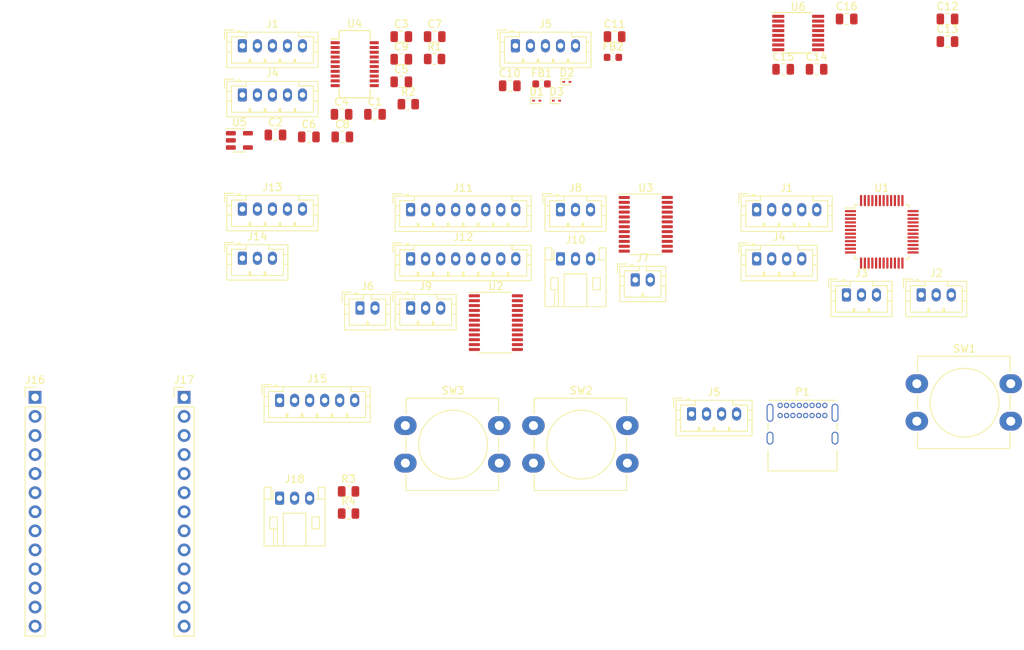
<source format=kicad_pcb>
(kicad_pcb (version 20211014) (generator pcbnew)
  (title_block (title "Libre-MIG PCB Full") (date "2022-10-10") (rev "v0.1"))
  (layers (0 "F.Cu" signal) (31 "B.Cu" signal) (34 "B.Paste" user) (35 "F.Paste" user) (36 "B.SilkS" user "B.Silkscreen") (37 "F.SilkS" user "F.Silkscreen") (38 "B.Mask" user) (39 "F.Mask" user) (44 "Edge.Cuts" user))
  (net 0 "")
  (net 6 "Net-(C2-Pad1)")
  (net 7 "Net-(C3-Pad1)")
  (net 8 "Net-(P1-PadS1)")
  (net 9 "Net-(P1-PadA7)")
  (net 10 "Net-(J5-Pad4)")
  (net 11 "Net-(P1-PadA4)")
  (net 16 "+5V")
  (net 17 "Net-(J5-Pad2)")
  (net 18 "Net-(J5-Pad3)")
  (net 19 "GND")
  (net 20 "/MCU/SDA")
  (net 21 "/MCU/SCL")
  (net 22 "/MCU/EN")
  (net 23 "/MCU/PitchIn")
  (net 24 "/MCU/YawIn")
  (net 25 "/MCU/CC")
  (net 26 "Net-(P1-PadA5)")
  (net 27 "/IO Controller/FlipIn")
  (net 28 "/IO Controller/BigRed")
  (net 29 "/IO Controller/Stage1")
  (net 30 "/IO Controller/Stage2")
  (net 31 "/IO Controller/EncodeA")
  (net 32 "/IO Controller/EncodeB")
  (net 33 "/IO Controller/DirC1")
  (net 34 "/IO Controller/DirR1")
  (net 35 "/IO Controller/DirL1")
  (net 36 "/IO Controller/DirU1")
  (net 37 "/IO Controller/DirD1")
  (net 38 "/IO Controller/Axis1")
  (net 39 "/IO Controller/Axis2")
  (net 40 "/IO Controller/CenterButt")
  (net 41 "/IO Controller/DirC")
  (net 42 "/IO Controller/DirL")
  (net 43 "/IO Controller/DirR")
  (net 44 "/IO Controller/DirU")
  (net 45 "/IO Controller/DirD")
  (net 46 "/IO Controller/SDA")
  (net 47 "/IO Controller/SCL")
  (net 48 "/IO Controller/EN")
  (net 49 "/IO Controller/TwistIn")
  (net 51 "/MCU/USB_DM")
  (net 58 "+3V3")
  (net 66 "/MCU/USB_DP")
  (net 67 "/MCU/TxD")
  (net 83 "/MCU/RxD")
  (net 84 "/MCU/CTS")
  (net 85 "/MCU/RTS")
  (net 101 "/MCU/3v3Out")
  (net 105 "/IO Controller/SideA")
  (net 106 "/IO Controller/SideB")
  (net 107 "/IO Controller/SideC")
  (net 108 "/IO Controller/SideD")
  (net 109 "/IO Controller/SideCenter")
  (net 115 "/IO Controller/AIN3")
  (net 116 "/IO Controller/AIN4")
  (net 117 "/IO Controller/AIN5")
  (net 118 "/IO Controller/AIN6")
  (net 127 "/IO Controller/AIN7")
  (net 138 "/MCU/LDO_EN")
  (net 143 "/MCU/NRST")
  (net 150 "/Trigger/Stage1")
  (net 151 "/Trigger/Stage2")
  (net 152 "Net-(SW2-Pad2)")
  (net 153 "Net-(SW3-Pad2)")
  (footprint "Resistor_SMD:R_0805_2012Metric" (layer "F.Cu") (at 198.43 81.53)
    (fp_text reference "R1" (at 0 -1.65) (layer "F.SilkS"))
    (fp_text value "27")
    (pad "1" smd roundrect (at -0.9125 0) (size 1.025 1.4) (layers "F.Cu" "F.Paste" "F.Mask") (roundrect_rratio 0.243902) (net 51 "/MCU/USB_DM"))
    (pad "2" smd roundrect (at 0.9125 0) (size 1.025 1.4) (layers "F.Cu" "F.Paste" "F.Mask") (roundrect_rratio 0.243902) (net 7 "Net-(C3-Pad1)"))
  )
  (footprint "Connector_JST:JST_PH_B5B-PH-K_1x05_P2.00mm_Vertical" (layer "F.Cu") (at 172.85 86.32)
    (fp_text reference "J4" (at 4 -2.9) (layer "F.SilkS"))
    (fp_text value "Conn_01x05")
    (pad "1" thru_hole roundrect (at 0 0) (size 1.2 1.75) (drill 0.75) (layers *.Cu *.Mask) (roundrect_rratio 0.208333) (net 16 "+5V"))
    (pad "2" thru_hole oval (at 2 0) (size 1.2 1.75) (drill 0.75) (layers *.Cu *.Mask) (net 25 "/MCU/CC"))
    (pad "3" thru_hole oval (at 4 0) (size 1.2 1.75) (drill 0.75) (layers *.Cu *.Mask) (net 6 "Net-(C2-Pad1)"))
    (pad "4" thru_hole oval (at 6 0) (size 1.2 1.75) (drill 0.75) (layers *.Cu *.Mask) (net 7 "Net-(C3-Pad1)"))
    (pad "5" thru_hole oval (at 8 0) (size 1.2 1.75) (drill 0.75) (layers *.Cu *.Mask) (net 19 "GND"))
  )
  (footprint "Capacitor_SMD:C_0805_2012Metric" (layer "F.Cu") (at 194 81.56)
    (fp_text reference "C9" (at 0 -1.68) (layer "F.SilkS"))
    (fp_text value "4.7uF")
    (pad "1" smd roundrect (at -0.95 0) (size 1 1.45) (layers "F.Cu" "F.Paste" "F.Mask") (net 58 "+3V3"))
    (pad "2" smd roundrect (at 0.95 0) (size 1 1.45) (layers "F.Cu" "F.Paste" "F.Mask") (net 19 "GND"))
  )
  (footprint "Capacitor_SMD:C_0805_2012Metric" (layer "F.Cu") (at 177.25 91.65)
    (fp_text reference "C2" (at 0 -1.68) (layer "F.SilkS"))
    (fp_text value "47pF")
    (pad "1" smd roundrect (at -0.95 0) (size 1 1.45) (layers "F.Cu" "F.Paste" "F.Mask") (net 6 "Net-(C2-Pad1)"))
    (pad "2" smd roundrect (at 0.95 0) (size 1 1.45) (layers "F.Cu" "F.Paste" "F.Mask") (net 19 "GND"))
  )
  (footprint "Capacitor_SMD:C_0805_2012Metric" (layer "F.Cu") (at 266.7 79.21)
    (fp_text reference "C13" (at 0 -1.68) (layer "F.SilkS"))
    (fp_text value "1uF")
    (pad "1" smd roundrect (at -0.95 0) (size 1 1.45) (layers "F.Cu" "F.Paste" "F.Mask") (net 58 "+3V3"))
    (pad "2" smd roundrect (at 0.95 0) (size 1 1.45) (layers "F.Cu" "F.Paste" "F.Mask") (net 19 "GND"))
  )
  (footprint "Button_Switch_THT:SW_PUSH-12mm_Wuerth-430476085716" (layer "F.Cu") (at 211.59 130.36)
    (fp_text reference "SW2" (at 6.35 -4.66) (layer "F.SilkS"))
    (fp_text value "SW_Push")
    (pad "1" thru_hole oval (at 12.5 0) (size 3 2.5) (drill 1.2) (layers *.Cu *.Mask) (net 150 "/Trigger/Stage1"))
    (pad "1" thru_hole oval (at 0 0) (size 3 2.5) (drill 1.2) (layers *.Cu *.Mask) (net 150 "/Trigger/Stage1"))
    (pad "2" thru_hole oval (at 12.5 5) (size 3 2.5) (drill 1.2) (layers *.Cu *.Mask) (net 152 "Net-(SW2-Pad2)"))
    (pad "2" thru_hole oval (at 0 5) (size 3 2.5) (drill 1.2) (layers *.Cu *.Mask) (net 152 "Net-(SW2-Pad2)"))
  )
  (footprint "Connector_JST:JST_PH_S3B-PH-K_1x03_P2.00mm_Horizontal" (layer "F.Cu") (at 215.19 108.15)
    (fp_text reference "J10" (at 2 -2.55) (layer "F.SilkS"))
    (fp_text value "Conn_01x03")
    (pad "1" thru_hole roundrect (at 0 0) (size 1.2 1.75) (drill 0.75) (layers *.Cu *.Mask) (roundrect_rratio 0.208333) (net 58 "+3V3"))
    (pad "2" thru_hole oval (at 2 0) (size 1.2 1.75) (drill 0.75) (layers *.Cu *.Mask) (net 29 "/IO Controller/Stage1"))
    (pad "3" thru_hole oval (at 4 0) (size 1.2 1.75) (drill 0.75) (layers *.Cu *.Mask) (net 30 "/IO Controller/Stage2"))
  )
  (footprint "Capacitor_SMD:C_0805_2012Metric" (layer "F.Cu") (at 198.45 78.55)
    (fp_text reference "C7" (at 0 -1.68) (layer "F.SilkS"))
    (fp_text value "100nF")
    (pad "1" smd roundrect (at -0.95 0) (size 1 1.45) (layers "F.Cu" "F.Paste" "F.Mask") (net 58 "+3V3"))
    (pad "2" smd roundrect (at 0.95 0) (size 1 1.45) (layers "F.Cu" "F.Paste" "F.Mask") (net 19 "GND"))
  )
  (footprint "Package_TO_SOT_SMD:TSOT-23-5" (layer "F.Cu") (at 172.45 92.37)
    (fp_text reference "U5" (at 0 -2.4) (layer "F.SilkS"))
    (fp_text value "ADP122AUJZ-3.3-R7 ")
    (pad "1" smd roundrect (at -1.1375 -0.95) (size 1.325 0.6) (layers "F.Cu" "F.Paste" "F.Mask") (net 16 "+5V"))
    (pad "2" smd roundrect (at -1.1375 0) (size 1.325 0.6) (layers "F.Cu" "F.Paste" "F.Mask") (net 19 "GND"))
    (pad "3" smd roundrect (at -1.1375 0.95) (size 1.325 0.6) (layers "F.Cu" "F.Paste" "F.Mask") (net 138 "/MCU/LDO_EN"))
    (pad "4" smd roundrect (at 1.1375 0.95) (size 1.325 0.6) (layers "F.Cu" "F.Paste" "F.Mask"))
    (pad "5" smd roundrect (at 1.1375 -0.95) (size 1.325 0.6) (layers "F.Cu" "F.Paste" "F.Mask") (net 58 "+3V3"))
  )
  (footprint "Capacitor_SMD:C_0805_2012Metric" (layer "F.Cu") (at 186.15 91.91)
    (fp_text reference "C8" (at 0 -1.68) (layer "F.SilkS"))
    (fp_text value "100nF")
    (pad "1" smd roundrect (at -0.95 0) (size 1 1.45) (layers "F.Cu" "F.Paste" "F.Mask") (net 58 "+3V3"))
    (pad "2" smd roundrect (at 0.95 0) (size 1 1.45) (layers "F.Cu" "F.Paste" "F.Mask") (net 19 "GND"))
  )
  (footprint "Capacitor_SMD:C_0805_2012Metric" (layer "F.Cu") (at 244.83 82.9)
    (fp_text reference "C15" (at 0 -1.68) (layer "F.SilkS"))
    (fp_text value "100nF")
    (pad "1" smd roundrect (at -0.95 0) (size 1 1.45) (layers "F.Cu" "F.Paste" "F.Mask") (net 19 "GND"))
    (pad "2" smd roundrect (at 0.95 0) (size 1 1.45) (layers "F.Cu" "F.Paste" "F.Mask"))
  )
  (footprint "Connector_JST:JST_PH_B3B-PH-K_1x03_P2.00mm_Vertical" (layer "F.Cu") (at 253.25 112.95)
    (fp_text reference "J3" (at 2 -2.9) (layer "F.SilkS"))
    (fp_text value "Conn_01x03")
    (pad "1" thru_hole roundrect (at 0 0) (size 1.2 1.75) (drill 0.75) (layers *.Cu *.Mask) (roundrect_rratio 0.208333) (net 58 "+3V3"))
    (pad "2" thru_hole oval (at 2 0) (size 1.2 1.75) (drill 0.75) (layers *.Cu *.Mask) (net 24 "/MCU/YawIn"))
    (pad "3" thru_hole oval (at 4 0) (size 1.2 1.75) (drill 0.75) (layers *.Cu *.Mask) (net 19 "GND"))
  )
  (footprint "Diode_SMD:D_SOD-923" (layer "F.Cu") (at 212.025 87.08)
    (fp_text reference "D1" (at 0 -1.2) (layer "F.SilkS"))
    (fp_text value "ESD9B3.3ST5G")
    (pad "1" smd rect (at -0.42 0 180) (size 0.36 0.25) (layers "F.Cu" "F.Paste" "F.Mask") (net 19 "GND"))
    (pad "2" smd rect (at 0.42 0 180) (size 0.36 0.25) (layers "F.Cu" "F.Paste" "F.Mask") (net 9 "Net-(P1-PadA7)"))
  )
  (footprint "Capacitor_SMD:C_0805_2012Metric" (layer "F.Cu") (at 266.7 76.2)
    (fp_text reference "C12" (at 0 -1.68) (layer "F.SilkS"))
    (fp_text value "1uF")
    (pad "1" smd roundrect (at -0.95 0) (size 1 1.45) (layers "F.Cu" "F.Paste" "F.Mask") (net 16 "+5V"))
    (pad "2" smd roundrect (at 0.95 0) (size 1 1.45) (layers "F.Cu" "F.Paste" "F.Mask") (net 19 "GND"))
  )
  (footprint "Resistor_SMD:R_0805_2012Metric" (layer "F.Cu") (at 194.93 87.55)
    (fp_text reference "R2" (at 0 -1.65) (layer "F.SilkS"))
    (fp_text value "27")
    (pad "1" smd roundrect (at -0.9125 0) (size 1.025 1.4) (layers "F.Cu" "F.Paste" "F.Mask") (roundrect_rratio 0.243902) (net 6 "Net-(C2-Pad1)"))
    (pad "2" smd roundrect (at 0.9125 0) (size 1.025 1.4) (layers "F.Cu" "F.Paste" "F.Mask") (roundrect_rratio 0.243902) (net 66 "/MCU/USB_DP"))
  )
  (footprint "Connector_JST:JST_PH_B2B-PH-K_1x02_P2.00mm_Vertical" (layer "F.Cu") (at 188.5 114.7)
    (fp_text reference "J6" (at 1 -2.9) (layer "F.SilkS"))
    (fp_text value "Conn_01x02")
    (pad "1" thru_hole roundrect (at 0 0) (size 1.2 1.75) (drill 0.75) (layers *.Cu *.Mask) (roundrect_rratio 0.208333) (net 58 "+3V3"))
    (pad "2" thru_hole oval (at 2 0) (size 1.2 1.75) (drill 0.75) (layers *.Cu *.Mask) (net 19 "GND"))
  )
  (footprint "Connector_JST:JST_PH_B3B-PH-K_1x03_P2.00mm_Vertical" (layer "F.Cu") (at 195.24 114.7)
    (fp_text reference "J9" (at 2 -2.9) (layer "F.SilkS"))
    (fp_text value "Conn_01x03")
    (pad "1" thru_hole roundrect (at 0 0) (size 1.2 1.75) (drill 0.75) (layers *.Cu *.Mask) (roundrect_rratio 0.208333) (net 58 "+3V3"))
    (pad "2" thru_hole oval (at 2 0) (size 1.2 1.75) (drill 0.75) (layers *.Cu *.Mask) (net 28 "/IO Controller/BigRed"))
    (pad "3" thru_hole oval (at 4 0) (size 1.2 1.75) (drill 0.75) (layers *.Cu *.Mask) (net 19 "GND"))
  )
  (footprint "Capacitor_SMD:C_0603_1608Metric" (layer "F.Cu") (at 222.17 81.31)
    (fp_text reference "FB2" (at 0 -1.43) (layer "F.SilkS"))
    (fp_text value "BLM18BA470SZ1D")
    (pad "1" smd roundrect (at -0.775 0) (size 0.9 0.95) (layers "F.Cu" "F.Paste" "F.Mask") (net 11 "Net-(P1-PadA4)"))
    (pad "2" smd roundrect (at 0.775 0) (size 0.9 0.95) (layers "F.Cu" "F.Paste" "F.Mask") (net 16 "+5V"))
  )
  (footprint "Connector_JST:JST_PH_B5B-PH-K_1x05_P2.00mm_Vertical" (layer "F.Cu") (at 241.3 101.6)
    (fp_text reference "J1" (at 4 -2.9) (layer "F.SilkS"))
    (fp_text value "Conn_01x05")
    (pad "1" thru_hole roundrect (at 0 0) (size 1.2 1.75) (drill 0.75) (layers *.Cu *.Mask) (roundrect_rratio 0.208333))
    (pad "2" thru_hole oval (at 2 0) (size 1.2 1.75) (drill 0.75) (layers *.Cu *.Mask))
    (pad "3" thru_hole oval (at 4 0) (size 1.2 1.75) (drill 0.75) (layers *.Cu *.Mask))
    (pad "4" thru_hole oval (at 6 0) (size 1.2 1.75) (drill 0.75) (layers *.Cu *.Mask))
    (pad "5" thru_hole oval (at 8 0) (size 1.2 1.75) (drill 0.75) (layers *.Cu *.Mask))
  )
  (footprint "Connector_USB:USB_C_Receptacle_GCT_USB4085" (layer "F.Cu") (at 244.43 127.67)
    (fp_text reference "P1" (at 2.975 -1.8) (layer "F.SilkS"))
    (fp_text value "USB_C_Plug_USB2.0")
    (pad "A1" thru_hole circle (at 0 0) (size 0.7 0.7) (drill 0.4) (layers *.Cu *.Mask) (net 19 "GND"))
    (pad "A4" thru_hole circle (at 0.85 0) (size 0.7 0.7) (drill 0.4) (layers *.Cu *.Mask) (net 11 "Net-(P1-PadA4)"))
    (pad "A5" thru_hole circle (at 1.7 0) (size 0.7 0.7) (drill 0.4) (layers *.Cu *.Mask) (net 26 "Net-(P1-PadA5)"))
    (pad "A6" thru_hole circle (at 2.55 0) (size 0.7 0.7) (drill 0.4) (layers *.Cu *.Mask) (net 10 "Net-(J5-Pad4)"))
    (pad "A7" thru_hole circle (at 3.4 0) (size 0.7 0.7) (drill 0.4) (layers *.Cu *.Mask) (net 9 "Net-(P1-PadA7)"))
    (pad "A8" thru_hole circle (at 4.25 0) (size 0.7 0.7) (drill 0.4) (layers *.Cu *.Mask))
    (pad "A9" thru_hole circle (at 5.1 0) (size 0.7 0.7) (drill 0.4) (layers *.Cu *.Mask) (net 11 "Net-(P1-PadA4)"))
    (pad "A12" thru_hole circle (at 5.95 0) (size 0.7 0.7) (drill 0.4) (layers *.Cu *.Mask) (net 19 "GND"))
    (pad "B1" thru_hole circle (at 5.95 1.35) (size 0.7 0.7) (drill 0.4) (layers *.Cu *.Mask) (net 19 "GND"))
    (pad "B4" thru_hole circle (at 5.1 1.35) (size 0.7 0.7) (drill 0.4) (layers *.Cu *.Mask) (net 11 "Net-(P1-PadA4)"))
    (pad "B5" thru_hole circle (at 4.25 1.35) (size 0.7 0.7) (drill 0.4) (layers *.Cu *.Mask))
    (pad "B6" thru_hole circle (at 3.4 1.35) (size 0.7 0.7) (drill 0.4) (layers *.Cu *.Mask))
    (pad "B7" thru_hole circle (at 2.55 1.35) (size 0.7 0.7) (drill 0.4) (layers *.Cu *.Mask))
    (pad "B8" thru_hole circle (at 1.7 1.35) (size 0.7 0.7) (drill 0.4) (layers *.Cu *.Mask))
    (pad "B9" thru_hole circle (at 0.85 1.35) (size 0.7 0.7) (drill 0.4) (layers *.Cu *.Mask) (net 11 "Net-(P1-PadA4)"))
    (pad "B12" thru_hole circle (at 0 1.35) (size 0.7 0.7) (drill 0.4) (layers *.Cu *.Mask) (net 19 "GND"))
    (pad "S1" thru_hole oval (at -1.35 0.98) (size 0.9 2.4) (drill oval 0.6 2.1) (layers *.Cu *.Mask) (net 8 "Net-(P1-PadS1)"))
    (pad "S1" thru_hole oval (at 7.3 0.98) (size 0.9 2.4) (drill oval 0.6 2.1) (layers *.Cu *.Mask) (net 8 "Net-(P1-PadS1)"))
    (pad "S1" thru_hole oval (at 7.3 4.36) (size 0.9 1.7) (drill oval 0.6 1.4) (layers *.Cu *.Mask) (net 8 "Net-(P1-PadS1)"))
    (pad "S1" thru_hole oval (at -1.35 4.36) (size 0.9 1.7) (drill oval 0.6 1.4) (layers *.Cu *.Mask) (net 8 "Net-(P1-PadS1)"))
  )
  (footprint "Diode_SMD:D_SOD-923" (layer "F.Cu") (at 216.035 84.57)
    (fp_text reference "D2" (at 0 -1.2) (layer "F.SilkS"))
    (fp_text value "ESD9B3.3ST5G")
    (pad "1" smd rect (at -0.42 0 180) (size 0.36 0.25) (layers "F.Cu" "F.Paste" "F.Mask") (net 19 "GND"))
    (pad "2" smd rect (at 0.42 0 180) (size 0.36 0.25) (layers "F.Cu" "F.Paste" "F.Mask") (net 10 "Net-(J5-Pad4)"))
  )
  (footprint "Capacitor_SMD:C_0805_2012Metric" (layer "F.Cu") (at 194 78.55)
    (fp_text reference "C3" (at 0 -1.68) (layer "F.SilkS"))
    (fp_text value "47pF")
    (pad "1" smd roundrect (at -0.95 0) (size 1 1.45) (layers "F.Cu" "F.Paste" "F.Mask") (net 7 "Net-(C3-Pad1)"))
    (pad "2" smd roundrect (at 0.95 0) (size 1 1.45) (layers "F.Cu" "F.Paste" "F.Mask") (net 19 "GND"))
  )
  (footprint "Connector_JST:JST_PH_B5B-PH-K_1x05_P2.00mm_Vertical" (layer "F.Cu") (at 209.19 79.77)
    (fp_text reference "J5" (at 4 -2.9) (layer "F.SilkS"))
    (fp_text value "Conn_01x05")
    (pad "1" thru_hole roundrect (at 0 0) (size 1.2 1.75) (drill 0.75) (layers *.Cu *.Mask) (roundrect_rratio 0.208333) (net 16 "+5V"))
    (pad "2" thru_hole oval (at 2 0) (size 1.2 1.75) (drill 0.75) (layers *.Cu *.Mask) (net 26 "Net-(P1-PadA5)"))
    (pad "3" thru_hole oval (at 4 0) (size 1.2 1.75) (drill 0.75) (layers *.Cu *.Mask) (net 9 "Net-(P1-PadA7)"))
    (pad "4" thru_hole oval (at 6 0) (size 1.2 1.75) (drill 0.75) (layers *.Cu *.Mask) (net 10 "Net-(J5-Pad4)"))
    (pad "5" thru_hole oval (at 8 0) (size 1.2 1.75) (drill 0.75) (layers *.Cu *.Mask) (net 19 "GND"))
  )
  (footprint "Resistor_SMD:R_0805_2012Metric" (layer "F.Cu") (at 186.98 139.13)
    (fp_text reference "R3" (at 0 -1.65) (layer "F.SilkS"))
    (fp_text value "10k")
    (pad "1" smd roundrect (at -0.9125 0) (size 1.025 1.4) (layers "F.Cu" "F.Paste" "F.Mask") (roundrect_rratio 0.243902) (net 58 "+3V3"))
    (pad "2" smd roundrect (at 0.9125 0) (size 1.025 1.4) (layers "F.Cu" "F.Paste" "F.Mask") (roundrect_rratio 0.243902) (net 152 "Net-(SW2-Pad2)"))
  )
  (footprint "Connector_PinHeader_2.54mm:PinHeader_1x13_P2.54mm_Vertical" (layer "F.Cu") (at 165.1 126.6)
    (fp_text reference "J17" (at 0 -2.33) (layer "F.SilkS"))
    (fp_text value "Conn_01x12")
    (pad "1" thru_hole rect (at 0 0) (size 1.7 1.7) (drill 1) (layers *.Cu *.Mask) (net 16 "+5V"))
    (pad "2" thru_hole oval (at 0 2.54) (size 1.7 1.7) (drill 1) (layers *.Cu *.Mask) (net 19 "GND"))
    (pad "3" thru_hole oval (at 0 5.08) (size 1.7 1.7) (drill 1) (layers *.Cu *.Mask) (net 143 "/MCU/NRST"))
    (pad "4" thru_hole oval (at 0 7.62) (size 1.7 1.7) (drill 1) (layers *.Cu *.Mask) (net 58 "+3V3"))
    (pad "5" thru_hole oval (at 0 10.16) (size 1.7 1.7) (drill 1) (layers *.Cu *.Mask))
    (pad "6" thru_hole oval (at 0 12.7) (size 1.7 1.7) (drill 1) (layers *.Cu *.Mask) (net 23 "/MCU/PitchIn"))
    (pad "7" thru_hole oval (at 0 15.24) (size 1.7 1.7) (drill 1) (layers *.Cu *.Mask) (net 24 "/MCU/YawIn"))
    (pad "8" thru_hole oval (at 0 17.78) (size 1.7 1.7) (drill 1) (layers *.Cu *.Mask))
    (pad "9" thru_hole oval (at 0 20.32) (size 1.7 1.7) (drill 1) (layers *.Cu *.Mask))
    (pad "10" thru_hole oval (at 0 22.86) (size 1.7 1.7) (drill 1) (layers *.Cu *.Mask))
    (pad "11" thru_hole oval (at 0 25.4) (size 1.7 1.7) (drill 1) (layers *.Cu *.Mask))
    (pad "12" thru_hole oval (at 0 27.94) (size 1.7 1.7) (drill 1) (layers *.Cu *.Mask))
    (pad "13" thru_hole oval (at 0 30.48) (size 1.7 1.7) (drill 1) (layers *.Cu *.Mask))
  )
  (footprint "Connector_JST:JST_PH_B4B-PH-K_1x04_P2.00mm_Vertical" (layer "F.Cu") (at 232.63 128.81)
    (fp_text reference "J5" (at 3 -2.9) (layer "F.SilkS"))
    (fp_text value "Conn_01x04")
    (pad "1" thru_hole roundrect (at 0 0) (size 1.2 1.75) (drill 0.75) (layers *.Cu *.Mask) (roundrect_rratio 0.208333) (net 16 "+5V"))
    (pad "2" thru_hole oval (at 2 0) (size 1.2 1.75) (drill 0.75) (layers *.Cu *.Mask) (net 17 "Net-(J5-Pad2)"))
    (pad "3" thru_hole oval (at 4 0) (size 1.2 1.75) (drill 0.75) (layers *.Cu *.Mask) (net 18 "Net-(J5-Pad3)"))
    (pad "4" thru_hole oval (at 6 0) (size 1.2 1.75) (drill 0.75) (layers *.Cu *.Mask) (net 19 "GND"))
  )
  (footprint "Button_Switch_THT:SW_PUSH-12mm_Wuerth-430476085716" (layer "F.Cu") (at 262.62 124.78)
    (fp_text reference "SW1" (at 6.35 -4.66) (layer "F.SilkS"))
    (fp_text value "SW_Push")
    (pad "1" thru_hole oval (at 12.5 0) (size 3 2.5) (drill 1.2) (layers *.Cu *.Mask))
    (pad "1" thru_hole oval (at 0 0) (size 3 2.5) (drill 1.2) (layers *.Cu *.Mask))
    (pad "2" thru_hole oval (at 0 5) (size 3 2.5) (drill 1.2) (layers *.Cu *.Mask))
    (pad "2" thru_hole oval (at 12.5 5) (size 3 2.5) (drill 1.2) (layers *.Cu *.Mask))
  )
  (footprint "Capacitor_SMD:C_0805_2012Metric" (layer "F.Cu") (at 181.7 91.91)
    (fp_text reference "C6" (at 0 -1.68) (layer "F.SilkS"))
    (fp_text value "100nF")
    (pad "1" smd roundrect (at -0.95 0) (size 1 1.45) (layers "F.Cu" "F.Paste" "F.Mask") (net 58 "+3V3"))
    (pad "2" smd roundrect (at 0.95 0) (size 1 1.45) (layers "F.Cu" "F.Paste" "F.Mask") (net 19 "GND"))
  )
  (footprint "Connector_JST:JST_PH_B8B-PH-K_1x08_P2.00mm_Vertical" (layer "F.Cu") (at 195.24 101.6)
    (fp_text reference "J11" (at 7 -2.9) (layer "F.SilkS"))
    (fp_text value "Conn_01x08")
    (pad "1" thru_hole roundrect (at 0 0) (size 1.2 1.75) (drill 0.75) (layers *.Cu *.Mask) (roundrect_rratio 0.208333) (net 31 "/IO Controller/EncodeA"))
    (pad "2" thru_hole oval (at 2 0) (size 1.2 1.75) (drill 0.75) (layers *.Cu *.Mask) (net 32 "/IO Controller/EncodeB"))
    (pad "3" thru_hole oval (at 4 0) (size 1.2 1.75) (drill 0.75) (layers *.Cu *.Mask) (net 33 "/IO Controller/DirC1"))
    (pad "4" thru_hole oval (at 6 0) (size 1.2 1.75) (drill 0.75) (layers *.Cu *.Mask) (net 34 "/IO Controller/DirR1"))
    (pad "5" thru_hole oval (at 8 0) (size 1.2 1.75) (drill 0.75) (layers *.Cu *.Mask) (net 35 "/IO Controller/DirL1"))
    (pad "6" thru_hole oval (at 10 0) (size 1.2 1.75) (drill 0.75) (layers *.Cu *.Mask) (net 36 "/IO Controller/DirU1"))
    (pad "7" thru_hole oval (at 12 0) (size 1.2 1.75) (drill 0.75) (layers *.Cu *.Mask) (net 37 "/IO Controller/DirD1"))
    (pad "8" thru_hole oval (at 14 0) (size 1.2 1.75) (drill 0.75) (layers *.Cu *.Mask) (net 19 "GND"))
  )
  (footprint "Capacitor_SMD:C_0805_2012Metric" (layer "F.Cu") (at 186.05 88.9)
    (fp_text reference "C4" (at 0 -1.68) (layer "F.SilkS"))
    (fp_text value "4.7uF")
    (pad "1" smd roundrect (at -0.95 0) (size 1 1.45) (layers "F.Cu" "F.Paste" "F.Mask") (net 58 "+3V3"))
    (pad "2" smd roundrect (at 0.95 0) (size 1 1.45) (layers "F.Cu" "F.Paste" "F.Mask") (net 19 "GND"))
  )
  (footprint "Capacitor_SMD:C_0805_2012Metric" (layer "F.Cu") (at 190.5 88.9)
    (fp_text reference "C1" (at 0 -1.68) (layer "F.SilkS"))
    (fp_text value "100nF")
    (pad "1" smd roundrect (at -0.95 0) (size 1 1.45) (layers "F.Cu" "F.Paste" "F.Mask") (net 16 "+5V"))
    (pad "2" smd roundrect (at 0.95 0) (size 1 1.45) (layers "F.Cu" "F.Paste" "F.Mask") (net 19 "GND"))
  )
  (footprint "Connector_JST:JST_PH_B8B-PH-K_1x08_P2.00mm_Vertical" (layer "F.Cu") (at 195.24 108.15)
    (fp_text reference "J12" (at 7 -2.9) (layer "F.SilkS"))
    (fp_text value "Conn_01x08")
    (pad "1" thru_hole roundrect (at 0 0) (size 1.2 1.75) (drill 0.75) (layers *.Cu *.Mask) (roundrect_rratio 0.208333) (net 38 "/IO Controller/Axis1"))
    (pad "2" thru_hole oval (at 2 0) (size 1.2 1.75) (drill 0.75) (layers *.Cu *.Mask) (net 39 "/IO Controller/Axis2"))
    (pad "3" thru_hole oval (at 4 0) (size 1.2 1.75) (drill 0.75) (layers *.Cu *.Mask) (net 40 "/IO Controller/CenterButt"))
    (pad "4" thru_hole oval (at 6 0) (size 1.2 1.75) (drill 0.75) (layers *.Cu *.Mask) (net 41 "/IO Controller/DirC"))
    (pad "5" thru_hole oval (at 8 0) (size 1.2 1.75) (drill 0.75) (layers *.Cu *.Mask) (net 42 "/IO Controller/DirL"))
    (pad "6" thru_hole oval (at 10 0) (size 1.2 1.75) (drill 0.75) (layers *.Cu *.Mask) (net 43 "/IO Controller/DirR"))
    (pad "7" thru_hole oval (at 12 0) (size 1.2 1.75) (drill 0.75) (layers *.Cu *.Mask) (net 44 "/IO Controller/DirU"))
    (pad "8" thru_hole oval (at 14 0) (size 1.2 1.75) (drill 0.75) (layers *.Cu *.Mask) (net 45 "/IO Controller/DirD"))
  )
  (footprint "Package_SO:QSOP-16_3.9x4.9mm_P0.635mm" (layer "F.Cu") (at 246.83 78.07)
    (fp_text reference "U6" (at 0 -3.5) (layer "F.SilkS"))
    (fp_text value "MAX11609EEE")
    (pad "1" smd rect (at -2.6543 -2.2225) (size 1.6 0.41) (layers "F.Cu" "F.Paste" "F.Mask"))
    (pad "2" smd rect (at -2.6543 -1.5875) (size 1.6 0.41) (layers "F.Cu" "F.Paste" "F.Mask"))
    (pad "3" smd rect (at -2.6543 -0.9525) (size 1.6 0.41) (layers "F.Cu" "F.Paste" "F.Mask"))
    (pad "4" smd rect (at -2.6543 -0.3175) (size 1.6 0.41) (layers "F.Cu" "F.Paste" "F.Mask"))
    (pad "5" smd rect (at -2.6543 0.3175) (size 1.6 0.41) (layers "F.Cu" "F.Paste" "F.Mask") (net 49 "/IO Controller/TwistIn"))
    (pad "6" smd rect (at -2.6543 0.9525) (size 1.6 0.41) (layers "F.Cu" "F.Paste" "F.Mask") (net 38 "/IO Controller/Axis1"))
    (pad "7" smd rect (at -2.6543 1.5875) (size 1.6 0.41) (layers "F.Cu" "F.Paste" "F.Mask") (net 39 "/IO Controller/Axis2"))
    (pad "8" smd rect (at -2.6543 2.2225) (size 1.6 0.41) (layers "F.Cu" "F.Paste" "F.Mask") (net 115 "/IO Controller/AIN3"))
    (pad "9" smd rect (at 2.6543 2.2225) (size 1.6 0.41) (layers "F.Cu" "F.Paste" "F.Mask") (net 116 "/IO Controller/AIN4"))
    (pad "10" smd rect (at 2.6543 1.5875) (size 1.6 0.41) (layers "F.Cu" "F.Paste" "F.Mask") (net 117 "/IO Controller/AIN5"))
    (pad "11" smd rect (at 2.6543 0.9525) (size 1.6 0.41) (layers "F.Cu" "F.Paste" "F.Mask") (net 118 "/IO Controller/AIN6"))
    (pad "12" smd rect (at 2.6543 0.3175) (size 1.6 0.41) (layers "F.Cu" "F.Paste" "F.Mask") (net 127 "/IO Controller/AIN7"))
    (pad "13" smd rect (at 2.6543 -0.3175) (size 1.6 0.41) (layers "F.Cu" "F.Paste" "F.Mask") (net 47 "/IO Controller/SCL"))
    (pad "14" smd rect (at 2.6543 -0.9525) (size 1.6 0.41) (layers "F.Cu" "F.Paste" "F.Mask") (net 46 "/IO Controller/SDA"))
    (pad "15" smd rect (at 2.6543 -1.5875) (size 1.6 0.41) (layers "F.Cu" "F.Paste" "F.Mask") (net 19 "GND"))
    (pad "16" smd rect (at 2.6543 -2.2225) (size 1.6 0.41) (layers "F.Cu" "F.Paste" "F.Mask") (net 58 "+3V3"))
  )
  (footprint "Capacitor_SMD:C_0805_2012Metric" (layer "F.Cu") (at 222.39 78.55)
    (fp_text reference "C11" (at 0 -1.68) (layer "F.SilkS"))
    (fp_text value "10nF")
    (pad "1" smd roundrect (at -0.95 0) (size 1 1.45) (layers "F.Cu" "F.Paste" "F.Mask") (net 16 "+5V"))
    (pad "2" smd roundrect (at 0.95 0) (size 1 1.45) (layers "F.Cu" "F.Paste" "F.Mask") (net 19 "GND"))
  )
  (footprint "Connector_JST:JST_PH_B5B-PH-K_1x05_P2.00mm_Vertical" (layer "F.Cu") (at 172.85 101.52)
    (fp_text reference "J13" (at 4 -2.9) (layer "F.SilkS"))
    (fp_text value "Conn_01x05")
    (pad "1" thru_hole roundrect (at 0 0) (size 1.2 1.75) (drill 0.75) (layers *.Cu *.Mask) (roundrect_rratio 0.208333) (net 58 "+3V3"))
    (pad "2" thru_hole oval (at 2 0) (size 1.2 1.75) (drill 0.75) (layers *.Cu *.Mask) (net 46 "/IO Controller/SDA"))
    (pad "3" thru_hole oval (at 4 0) (size 1.2 1.75) (drill 0.75) (layers *.Cu *.Mask) (net 47 "/IO Controller/SCL"))
    (pad "4" thru_hole oval (at 6 0) (size 1.2 1.75) (drill 0.75) (layers *.Cu *.Mask) (net 19 "GND"))
    (pad "5" thru_hole oval (at 8 0) (size 1.2 1.75) (drill 0.75) (layers *.Cu *.Mask) (net 48 "/IO Controller/EN"))
  )
  (footprint "Package_SO:SSOP-20_3.9x8.7mm_P0.635mm" (layer "F.Cu") (at 187.8 82.22)
    (fp_text reference "U4" (at 0 -5.4) (layer "F.SilkS"))
    (fp_text value "FT231XS")
    (pad "1" smd rect (at -2.6 -2.8575) (size 1.2 0.4) (layers "F.Cu" "F.Paste" "F.Mask"))
    (pad "2" smd rect (at -2.6 -2.2225) (size 1.2 0.4) (layers "F.Cu" "F.Paste" "F.Mask") (net 84 "/MCU/CTS"))
    (pad "3" smd rect (at -2.6 -1.5875) (size 1.2 0.4) (layers "F.Cu" "F.Paste" "F.Mask") (net 101 "/MCU/3v3Out"))
    (pad "4" smd rect (at -2.6 -0.9525) (size 1.2 0.4) (layers "F.Cu" "F.Paste" "F.Mask") (net 67 "/MCU/TxD"))
    (pad "5" smd rect (at -2.6 -0.3175) (size 1.2 0.4) (layers "F.Cu" "F.Paste" "F.Mask"))
    (pad "6" smd rect (at -2.6 0.3175) (size 1.2 0.4) (layers "F.Cu" "F.Paste" "F.Mask") (net 19 "GND"))
    (pad "7" smd rect (at -2.6 0.9525) (size 1.2 0.4) (layers "F.Cu" "F.Paste" "F.Mask"))
    (pad "8" smd rect (at -2.6 1.5875) (size 1.2 0.4) (layers "F.Cu" "F.Paste" "F.Mask"))
    (pad "9" smd rect (at -2.6 2.2225) (size 1.2 0.4) (layers "F.Cu" "F.Paste" "F.Mask") (net 85 "/MCU/RTS"))
    (pad "10" smd rect (at -2.6 2.8575) (size 1.2 0.4) (layers "F.Cu" "F.Paste" "F.Mask"))
    (pad "11" smd rect (at 2.6 2.8575) (size 1.2 0.4) (layers "F.Cu" "F.Paste" "F.Mask") (net 66 "/MCU/USB_DP"))
    (pad "12" smd rect (at 2.6 2.2225) (size 1.2 0.4) (layers "F.Cu" "F.Paste" "F.Mask") (net 51 "/MCU/USB_DM"))
    (pad "13" smd rect (at 2.6 1.5875) (size 1.2 0.4) (layers "F.Cu" "F.Paste" "F.Mask") (net 101 "/MCU/3v3Out"))
    (pad "14" smd rect (at 2.6 0.9525) (size 1.2 0.4) (layers "F.Cu" "F.Paste" "F.Mask") (net 101 "/MCU/3v3Out"))
    (pad "15" smd rect (at 2.6 0.3175) (size 1.2 0.4) (layers "F.Cu" "F.Paste" "F.Mask") (net 16 "+5V"))
    (pad "16" smd rect (at 2.6 -0.3175) (size 1.2 0.4) (layers "F.Cu" "F.Paste" "F.Mask") (net 19 "GND"))
    (pad "17" smd rect (at 2.6 -0.9525) (size 1.2 0.4) (layers "F.Cu" "F.Paste" "F.Mask"))
    (pad "18" smd rect (at 2.6 -1.5875) (size 1.2 0.4) (layers "F.Cu" "F.Paste" "F.Mask"))
    (pad "19" smd rect (at 2.6 -2.2225) (size 1.2 0.4) (layers "F.Cu" "F.Paste" "F.Mask"))
    (pad "20" smd rect (at 2.6 -2.8575) (size 1.2 0.4) (layers "F.Cu" "F.Paste" "F.Mask") (net 83 "/MCU/RxD"))
  )
  (footprint "Diode_SMD:D_SOD-923" (layer "F.Cu") (at 214.655 87.08)
    (fp_text reference "D3" (at 0 -1.2) (layer "F.SilkS"))
    (fp_text value "ESD9B5.0ST5G")
    (pad "1" smd rect (at -0.42 0 180) (size 0.36 0.25) (layers "F.Cu" "F.Paste" "F.Mask") (net 19 "GND"))
    (pad "2" smd rect (at 0.42 0 180) (size 0.36 0.25) (layers "F.Cu" "F.Paste" "F.Mask") (net 16 "+5V"))
  )
  (footprint "Capacitor_SMD:C_0805_2012Metric" (layer "F.Cu") (at 194 84.57)
    (fp_text reference "C5" (at 0 -1.68) (layer "F.SilkS"))
    (fp_text value "100nF")
    (pad "1" smd roundrect (at -0.95 0) (size 1 1.45) (layers "F.Cu" "F.Paste" "F.Mask") (net 58 "+3V3"))
    (pad "2" smd roundrect (at 0.95 0) (size 1 1.45) (layers "F.Cu" "F.Paste" "F.Mask") (net 19 "GND"))
  )
  (footprint "Resistor_SMD:R_0805_2012Metric" (layer "F.Cu") (at 186.98 142.08)
    (fp_text reference "R4" (at 0 -1.65) (layer "F.SilkS"))
    (fp_text value "10k")
    (pad "1" smd roundrect (at -0.9125 0) (size 1.025 1.4) (layers "F.Cu" "F.Paste" "F.Mask") (roundrect_rratio 0.243902) (net 58 "+3V3"))
    (pad "2" smd roundrect (at 0.9125 0) (size 1.025 1.4) (layers "F.Cu" "F.Paste" "F.Mask") (roundrect_rratio 0.243902) (net 153 "Net-(SW3-Pad2)"))
  )
  (footprint "Capacitor_SMD:C_0805_2012Metric" (layer "F.Cu") (at 208.44 85.1)
    (fp_text reference "C10" (at 0 -1.68) (layer "F.SilkS"))
    (fp_text value "100nF")
    (pad "1" smd roundrect (at -0.95 0) (size 1 1.45) (layers "F.Cu" "F.Paste" "F.Mask") (net 8 "Net-(P1-PadS1)"))
    (pad "2" smd roundrect (at 0.95 0) (size 1 1.45) (layers "F.Cu" "F.Paste" "F.Mask") (net 19 "GND"))
  )
  (footprint "Capacitor_SMD:C_0805_2012Metric" (layer "F.Cu") (at 249.28 82.9)
    (fp_text reference "C14" (at 0 -1.68) (layer "F.SilkS"))
    (fp_text value "100nF")
    (pad "1" smd roundrect (at -0.95 0) (size 1 1.45) (layers "F.Cu" "F.Paste" "F.Mask") (net 19 "GND"))
    (pad "2" smd roundrect (at 0.95 0) (size 1 1.45) (layers "F.Cu" "F.Paste" "F.Mask"))
  )
  (footprint "Connector_JST:JST_PH_B3B-PH-K_1x03_P2.00mm_Vertical" (layer "F.Cu") (at 172.85 108.07)
    (fp_text reference "J14" (at 2 -2.9) (layer "F.SilkS"))
    (fp_text value "Conn_01x03")
    (pad "1" thru_hole roundrect (at 0 0) (size 1.2 1.75) (drill 0.75) (layers *.Cu *.Mask) (roundrect_rratio 0.208333) (net 58 "+3V3"))
    (pad "2" thru_hole oval (at 2 0) (size 1.2 1.75) (drill 0.75) (layers *.Cu *.Mask) (net 49 "/IO Controller/TwistIn"))
    (pad "3" thru_hole oval (at 4 0) (size 1.2 1.75) (drill 0.75) (layers *.Cu *.Mask) (net 19 "GND"))
  )
  (footprint "Capacitor_SMD:C_0805_2012Metric" (layer "F.Cu") (at 253.28 76.2)
    (fp_text reference "C16" (at 0 -1.68) (layer "F.SilkS"))
    (fp_text value "100nF")
    (pad "1" smd roundrect (at -0.95 0) (size 1 1.45) (layers "F.Cu" "F.Paste" "F.Mask") (net 19 "GND"))
    (pad "2" smd roundrect (at 0.95 0) (size 1 1.45) (layers "F.Cu" "F.Paste" "F.Mask") (net 58 "+3V3"))
  )
  (footprint "Package_SO:TSSOP-24_4.4x7.8mm_P0.65mm" (layer "F.Cu") (at 226.54 103.55)
    (fp_text reference "U3" (at 0 -4.85) (layer "F.SilkS"))
    (fp_text value "TCA9535PWR")
    (pad "1" smd roundrect (at -2.8625 -3.575) (size 1.475 0.4) (layers "F.Cu" "F.Paste" "F.Mask"))
    (pad "2" smd roundrect (at -2.8625 -2.925) (size 1.475 0.4) (layers "F.Cu" "F.Paste" "F.Mask") (net 58 "+3V3"))
    (pad "3" smd roundrect (at -2.8625 -2.275) (size 1.475 0.4) (layers "F.Cu" "F.Paste" "F.Mask") (net 19 "GND"))
    (pad "4" smd roundrect (at -2.8625 -1.625) (size 1.475 0.4) (layers "F.Cu" "F.Paste" "F.Mask") (net 31 "/IO Controller/EncodeA"))
    (pad "5" smd roundrect (at -2.8625 -0.975) (size 1.475 0.4) (layers "F.Cu" "F.Paste" "F.Mask") (net 32 "/IO Controller/EncodeB"))
    (pad "6" smd roundrect (at -2.8625 -0.325) (size 1.475 0.4) (layers "F.Cu" "F.Paste" "F.Mask") (net 105 "/IO Controller/SideA"))
    (pad "7" smd roundrect (at -2.8625 0.325) (size 1.475 0.4) (layers "F.Cu" "F.Paste" "F.Mask") (net 106 "/IO Controller/SideB"))
    (pad "8" smd roundrect (at -2.8625 0.975) (size 1.475 0.4) (layers "F.Cu" "F.Paste" "F.Mask") (net 107 "/IO Controller/SideC"))
    (pad "9" smd roundrect (at -2.8625 1.625) (size 1.475 0.4) (layers "F.Cu" "F.Paste" "F.Mask") (net 108 "/IO Controller/SideD"))
    (pad "10" smd roundrect (at -2.8625 2.275) (size 1.475 0.4) (layers "F.Cu" "F.Paste" "F.Mask") (net 109 "/IO Controller/SideCenter"))
    (pad "11" smd roundrect (at -2.8625 2.925) (size 1.475 0.4) (layers "F.Cu" "F.Paste" "F.Mask"))
    (pad "12" smd roundrect (at -2.8625 3.575) (size 1.475 0.4) (layers "F.Cu" "F.Paste" "F.Mask") (net 19 "GND"))
    (pad "13" smd roundrect (at 2.8625 3.575) (size 1.475 0.4) (layers "F.Cu" "F.Paste" "F.Mask"))
    (pad "14" smd roundrect (at 2.8625 2.925) (size 1.475 0.4) (layers "F.Cu" "F.Paste" "F.Mask"))
    (pad "15" smd roundrect (at 2.8625 2.275) (size 1.475 0.4) (layers "F.Cu" "F.Paste" "F.Mask"))
    (pad "16" smd roundrect (at 2.8625 1.625) (size 1.475 0.4) (layers "F.Cu" "F.Paste" "F.Mask"))
    (pad "17" smd roundrect (at 2.8625 0.975) (size 1.475 0.4) (layers "F.Cu" "F.Paste" "F.Mask"))
    (pad "18" smd roundrect (at 2.8625 0.325) (size 1.475 0.4) (layers "F.Cu" "F.Paste" "F.Mask"))
    (pad "19" smd roundrect (at 2.8625 -0.325) (size 1.475 0.4) (layers "F.Cu" "F.Paste" "F.Mask"))
    (pad "20" smd roundrect (at 2.8625 -0.975) (size 1.475 0.4) (layers "F.Cu" "F.Paste" "F.Mask"))
    (pad "21" smd roundrect (at 2.8625 -1.625) (size 1.475 0.4) (layers "F.Cu" "F.Paste" "F.Mask") (net 19 "GND"))
    (pad "22" smd roundrect (at 2.8625 -2.275) (size 1.475 0.4) (layers "F.Cu" "F.Paste" "F.Mask"))
    (pad "23" smd roundrect (at 2.8625 -2.925) (size 1.475 0.4) (layers "F.Cu" "F.Paste" "F.Mask"))
    (pad "24" smd roundrect (at 2.8625 -3.575) (size 1.475 0.4) (layers "F.Cu" "F.Paste" "F.Mask") (net 58 "+3V3"))
  )
  (footprint "Connector_PinHeader_2.54mm:PinHeader_1x13_P2.54mm_Vertical" (layer "F.Cu") (at 145.26 126.6)
    (fp_text reference "J16" (at 0 -2.33) (layer "F.SilkS"))
    (fp_text value "Conn_01x12")
    (pad "1" thru_hole rect (at 0 0) (size 1.7 1.7) (drill 1) (layers *.Cu *.Mask) (net 67 "/MCU/TxD"))
    (pad "2" thru_hole oval (at 0 2.54) (size 1.7 1.7) (drill 1) (layers *.Cu *.Mask) (net 83 "/MCU/RxD"))
    (pad "3" thru_hole oval (at 0 5.08) (size 1.7 1.7) (drill 1) (layers *.Cu *.Mask) (net 19 "GND"))
    (pad "4" thru_hole oval (at 0 7.62) (size 1.7 1.7) (drill 1) (layers *.Cu *.Mask) (net 19 "GND"))
    (pad "5" thru_hole oval (at 0 10.16) (size 1.7 1.7) (drill 1) (layers *.Cu *.Mask) (net 20 "/MCU/SDA"))
    (pad "6" thru_hole oval (at 0 12.7) (size 1.7 1.7) (drill 1) (layers *.Cu *.Mask) (net 21 "/MCU/SCL"))
    (pad "7" thru_hole oval (at 0 15.24) (size 1.7 1.7) (drill 1) (layers *.Cu *.Mask))
    (pad "8" thru_hole oval (at 0 17.78) (size 1.7 1.7) (drill 1) (layers *.Cu *.Mask))
    (pad "9" thru_hole oval (at 0 20.32) (size 1.7 1.7) (drill 1) (layers *.Cu *.Mask))
    (pad "10" thru_hole oval (at 0 22.86) (size 1.7 1.7) (drill 1) (layers *.Cu *.Mask))
    (pad "11" thru_hole oval (at 0 25.4) (size 1.7 1.7) (drill 1) (layers *.Cu *.Mask))
    (pad "12" thru_hole oval (at 0 27.94) (size 1.7 1.7) (drill 1) (layers *.Cu *.Mask))
    (pad "13" thru_hole oval (at 0 30.48) (size 1.7 1.7) (drill 1) (layers *.Cu *.Mask))
  )
  (footprint "Package_QFP:LQFP-48_7x7mm_P0.5mm" (layer "F.Cu") (at 257.95 104.55)
    (fp_text reference "U1" (at 0 -5.85) (layer "F.SilkS"))
    (fp_text value "STM32F030C8Tx")
    (pad "1" smd roundrect (at -4.1625 -2.75) (size 1.475 0.3) (layers "F.Cu" "F.Paste" "F.Mask") (net 58 "+3V3"))
    (pad "2" smd roundrect (at -4.1625 -2.25) (size 1.475 0.3) (layers "F.Cu" "F.Paste" "F.Mask"))
    (pad "3" smd roundrect (at -4.1625 -1.75) (size 1.475 0.3) (layers "F.Cu" "F.Paste" "F.Mask"))
    (pad "4" smd roundrect (at -4.1625 -1.25) (size 1.475 0.3) (layers "F.Cu" "F.Paste" "F.Mask"))
    (pad "5" smd roundrect (at -4.1625 -0.75) (size 1.475 0.3) (layers "F.Cu" "F.Paste" "F.Mask"))
    (pad "6" smd roundrect (at -4.1625 -0.25) (size 1.475 0.3) (layers "F.Cu" "F.Paste" "F.Mask"))
    (pad "7" smd roundrect (at -4.1625 0.25) (size 1.475 0.3) (layers "F.Cu" "F.Paste" "F.Mask") (net 143 "/MCU/NRST"))
    (pad "8" smd roundrect (at -4.1625 0.75) (size 1.475 0.3) (layers "F.Cu" "F.Paste" "F.Mask") (net 19 "GND"))
    (pad "9" smd roundrect (at -4.1625 1.25) (size 1.475 0.3) (layers "F.Cu" "F.Paste" "F.Mask") (net 58 "+3V3"))
    (pad "10" smd roundrect (at -4.1625 1.75) (size 1.475 0.3) (layers "F.Cu" "F.Paste" "F.Mask"))
    (pad "11" smd roundrect (at -4.1625 2.25) (size 1.475 0.3) (layers "F.Cu" "F.Paste" "F.Mask") (net 23 "/MCU/PitchIn"))
    (pad "12" smd roundrect (at -4.1625 2.75) (size 1.475 0.3) (layers "F.Cu" "F.Paste" "F.Mask") (net 24 "/MCU/YawIn"))
    (pad "13" smd roundrect (at -2.75 4.1625) (size 0.3 1.475) (layers "F.Cu" "F.Paste" "F.Mask"))
    (pad "14" smd roundrect (at -2.25 4.1625) (size 0.3 1.475) (layers "F.Cu" "F.Paste" "F.Mask"))
    (pad "15" smd roundrect (at -1.75 4.1625) (size 0.3 1.475) (layers "F.Cu" "F.Paste" "F.Mask"))
    (pad "16" smd roundrect (at -1.25 4.1625) (size 0.3 1.475) (layers "F.Cu" "F.Paste" "F.Mask"))
    (pad "17" smd roundrect (at -0.75 4.1625) (size 0.3 1.475) (layers "F.Cu" "F.Paste" "F.Mask"))
    (pad "18" smd roundrect (at -0.25 4.1625) (size 0.3 1.475) (layers "F.Cu" "F.Paste" "F.Mask"))
    (pad "19" smd roundrect (at 0.25 4.1625) (size 0.3 1.475) (layers "F.Cu" "F.Paste" "F.Mask"))
    (pad "20" smd roundrect (at 0.75 4.1625) (size 0.3 1.475) (layers "F.Cu" "F.Paste" "F.Mask"))
    (pad "21" smd roundrect (at 1.25 4.1625) (size 0.3 1.475) (layers "F.Cu" "F.Paste" "F.Mask"))
    (pad "22" smd roundrect (at 1.75 4.1625) (size 0.3 1.475) (layers "F.Cu" "F.Paste" "F.Mask"))
    (pad "23" smd roundrect (at 2.25 4.1625) (size 0.3 1.475) (layers "F.Cu" "F.Paste" "F.Mask") (net 19 "GND"))
    (pad "24" smd roundrect (at 2.75 4.1625) (size 0.3 1.475) (layers "F.Cu" "F.Paste" "F.Mask") (net 58 "+3V3"))
    (pad "25" smd roundrect (at 4.1625 2.75) (size 1.475 0.3) (layers "F.Cu" "F.Paste" "F.Mask"))
    (pad "26" smd roundrect (at 4.1625 2.25) (size 1.475 0.3) (layers "F.Cu" "F.Paste" "F.Mask"))
    (pad "27" smd roundrect (at 4.1625 1.75) (size 1.475 0.3) (layers "F.Cu" "F.Paste" "F.Mask"))
    (pad "28" smd roundrect (at 4.1625 1.25) (size 1.475 0.3) (layers "F.Cu" "F.Paste" "F.Mask"))
    (pad "29" smd roundrect (at 4.1625 0.75) (size 1.475 0.3) (layers "F.Cu" "F.Paste" "F.Mask"))
    (pad "30" smd roundrect (at 4.1625 0.25) (size 1.475 0.3) (layers "F.Cu" "F.Paste" "F.Mask") (net 67 "/MCU/TxD"))
    (pad "31" smd roundrect (at 4.1625 -0.25) (size 1.475 0.3) (layers "F.Cu" "F.Paste" "F.Mask") (net 83 "/MCU/RxD"))
    (pad "32" smd roundrect (at 4.1625 -0.75) (size 1.475 0.3) (layers "F.Cu" "F.Paste" "F.Mask") (net 84 "/MCU/CTS"))
    (pad "33" smd roundrect (at 4.1625 -1.25) (size 1.475 0.3) (layers "F.Cu" "F.Paste" "F.Mask") (net 85 "/MCU/RTS"))
    (pad "34" smd roundrect (at 4.1625 -1.75) (size 1.475 0.3) (layers "F.Cu" "F.Paste" "F.Mask"))
    (pad "35" smd roundrect (at 4.1625 -2.25) (size 1.475 0.3) (layers "F.Cu" "F.Paste" "F.Mask"))
    (pad "36" smd roundrect (at 4.1625 -2.75) (size 1.475 0.3) (layers "F.Cu" "F.Paste" "F.Mask"))
    (pad "37" smd roundrect (at 2.75 -4.1625) (size 0.3 1.475) (layers "F.Cu" "F.Paste" "F.Mask"))
    (pad "38" smd roundrect (at 2.25 -4.1625) (size 0.3 1.475) (layers "F.Cu" "F.Paste" "F.Mask"))
    (pad "39" smd roundrect (at 1.75 -4.1625) (size 0.3 1.475) (layers "F.Cu" "F.Paste" "F.Mask"))
    (pad "40" smd roundrect (at 1.25 -4.1625) (size 0.3 1.475) (layers "F.Cu" "F.Paste" "F.Mask"))
    (pad "41" smd roundrect (at 0.75 -4.1625) (size 0.3 1.475) (layers "F.Cu" "F.Paste" "F.Mask"))
    (pad "42" smd roundrect (at 0.25 -4.1625) (size 0.3 1.475) (layers "F.Cu" "F.Paste" "F.Mask"))
    (pad "43" smd roundrect (at -0.25 -4.1625) (size 0.3 1.475) (layers "F.Cu" "F.Paste" "F.Mask"))
    (pad "44" smd roundrect (at -0.75 -4.1625) (size 0.3 1.475) (layers "F.Cu" "F.Paste" "F.Mask"))
    (pad "45" smd roundrect (at -1.25 -4.1625) (size 0.3 1.475) (layers "F.Cu" "F.Paste" "F.Mask"))
    (pad "46" smd roundrect (at -1.75 -4.1625) (size 0.3 1.475) (layers "F.Cu" "F.Paste" "F.Mask"))
    (pad "47" smd roundrect (at -2.25 -4.1625) (size 0.3 1.475) (layers "F.Cu" "F.Paste" "F.Mask") (net 19 "GND"))
    (pad "48" smd roundrect (at -2.75 -4.1625) (size 0.3 1.475) (layers "F.Cu" "F.Paste" "F.Mask") (net 58 "+3V3"))
  )
  (footprint "Connector_JST:JST_PH_B2B-PH-K_1x02_P2.00mm_Vertical" (layer "F.Cu") (at 225.14 110.95)
    (fp_text reference "J7" (at 1 -2.9) (layer "F.SilkS"))
    (fp_text value "Conn_01x02")
    (pad "1" thru_hole roundrect (at 0 0) (size 1.2 1.75) (drill 0.75) (layers *.Cu *.Mask) (roundrect_rratio 0.208333) (net 58 "+3V3"))
    (pad "2" thru_hole oval (at 2 0) (size 1.2 1.75) (drill 0.75) (layers *.Cu *.Mask) (net 19 "GND"))
  )
  (footprint "Connector_JST:JST_PH_B6B-PH-K_1x06_P2.00mm_Vertical" (layer "F.Cu") (at 177.8 127)
    (fp_text reference "J15" (at 5 -2.9) (layer "F.SilkS"))
    (fp_text value "Conn_01x06")
    (pad "1" thru_hole roundrect (at 0 0) (size 1.2 1.75) (drill 0.75) (layers *.Cu *.Mask) (roundrect_rratio 0.208333) (net 105 "/IO Controller/SideA"))
    (pad "2" thru_hole oval (at 2 0) (size 1.2 1.75) (drill 0.75) (layers *.Cu *.Mask) (net 106 "/IO Controller/SideB"))
    (pad "3" thru_hole oval (at 4 0) (size 1.2 1.75) (drill 0.75) (layers *.Cu *.Mask) (net 107 "/IO Controller/SideC"))
    (pad "4" thru_hole oval (at 6 0) (size 1.2 1.75) (drill 0.75) (layers *.Cu *.Mask) (net 108 "/IO Controller/SideD"))
    (pad "5" thru_hole oval (at 8 0) (size 1.2 1.75) (drill 0.75) (layers *.Cu *.Mask) (net 109 "/IO Controller/SideCenter"))
    (pad "6" thru_hole oval (at 10 0) (size 1.2 1.75) (drill 0.75) (layers *.Cu *.Mask) (net 58 "+3V3"))
  )
  (footprint "Button_Switch_THT:SW_PUSH-12mm_Wuerth-430476085716" (layer "F.Cu") (at 194.54 130.36)
    (fp_text reference "SW3" (at 6.35 -4.66) (layer "F.SilkS"))
    (fp_text value "SW_Push")
    (pad "1" thru_hole oval (at 12.5 0) (size 3 2.5) (drill 1.2) (layers *.Cu *.Mask) (net 151 "/Trigger/Stage2"))
    (pad "1" thru_hole oval (at 0 0) (size 3 2.5) (drill 1.2) (layers *.Cu *.Mask) (net 151 "/Trigger/Stage2"))
    (pad "2" thru_hole oval (at 12.5 5) (size 3 2.5) (drill 1.2) (layers *.Cu *.Mask) (net 153 "Net-(SW3-Pad2)"))
    (pad "2" thru_hole oval (at 0 5) (size 3 2.5) (drill 1.2) (layers *.Cu *.Mask) (net 153 "Net-(SW3-Pad2)"))
  )
  (footprint "Capacitor_SMD:C_0603_1608Metric" (layer "F.Cu") (at 212.67 84.85)
    (fp_text reference "FB1" (at 0 -1.43) (layer "F.SilkS"))
    (fp_text value "BLM18BA470SZ1D")
    (pad "1" smd roundrect (at -0.775 0) (size 0.9 0.95) (layers "F.Cu" "F.Paste" "F.Mask") (net 8 "Net-(P1-PadS1)"))
    (pad "2" smd roundrect (at 0.775 0) (size 0.9 0.95) (layers "F.Cu" "F.Paste" "F.Mask") (net 19 "GND"))
  )
  (footprint "Package_SO:TSSOP-24_4.4x7.8mm_P0.65mm" (layer "F.Cu") (at 206.59 116.65)
    (fp_text reference "U2" (at 0 -4.85) (layer "F.SilkS"))
    (fp_text value "TCA9535PWR")
    (pad "1" smd roundrect (at -2.8625 -3.575) (size 1.475 0.4) (layers "F.Cu" "F.Paste" "F.Mask"))
    (pad "2" smd roundrect (at -2.8625 -2.925) (size 1.475 0.4) (layers "F.Cu" "F.Paste" "F.Mask") (net 19 "GND"))
    (pad "3" smd roundrect (at -2.8625 -2.275) (size 1.475 0.4) (layers "F.Cu" "F.Paste" "F.Mask") (net 58 "+3V3"))
    (pad "4" smd roundrect (at -2.8625 -1.625) (size 1.475 0.4) (layers "F.Cu" "F.Paste" "F.Mask") (net 28 "/IO Controller/BigRed"))
    (pad "5" smd roundrect (at -2.8625 -0.975) (size 1.475 0.4) (layers "F.Cu" "F.Paste" "F.Mask") (net 29 "/IO Controller/Stage1"))
    (pad "6" smd roundrect (at -2.8625 -0.325) (size 1.475 0.4) (layers "F.Cu" "F.Paste" "F.Mask") (net 30 "/IO Controller/Stage2"))
    (pad "7" smd roundrect (at -2.8625 0.325) (size 1.475 0.4) (layers "F.Cu" "F.Paste" "F.Mask") (net 40 "/IO Controller/CenterButt"))
    (pad "8" smd roundrect (at -2.8625 0.975) (size 1.475 0.4) (layers "F.Cu" "F.Paste" "F.Mask") (net 41 "/IO Controller/DirC"))
    (pad "9" smd roundrect (at -2.8625 1.625) (size 1.475 0.4) (layers "F.Cu" "F.Paste" "F.Mask") (net 42 "/IO Controller/DirL"))
    (pad "10" smd roundrect (at -2.8625 2.275) (size 1.475 0.4) (layers "F.Cu" "F.Paste" "F.Mask") (net 43 "/IO Controller/DirR"))
    (pad "11" smd roundrect (at -2.8625 2.925) (size 1.475 0.4) (layers "F.Cu" "F.Paste" "F.Mask") (net 44 "/IO Controller/DirU"))
    (pad "12" smd roundrect (at -2.8625 3.575) (size 1.475 0.4) (layers "F.Cu" "F.Paste" "F.Mask") (net 19 "GND"))
    (pad "13" smd roundrect (at 2.8625 3.575) (size 1.475 0.4) (layers "F.Cu" "F.Paste" "F.Mask") (net 45 "/IO Controller/DirD"))
    (pad "14" smd roundrect (at 2.8625 2.925) (size 1.475 0.4) (layers "F.Cu" "F.Paste" "F.Mask") (net 33 "/IO Controller/DirC1"))
    (pad "15" smd roundrect (at 2.8625 2.275) (size 1.475 0.4) (layers "F.Cu" "F.Paste" "F.Mask") (net 35 "/IO Controller/DirL1"))
    (pad "16" smd roundrect (at 2.8625 1.625) (size 1.475 0.4) (layers "F.Cu" "F.Paste" "F.Mask") (net 34 "/IO Controller/DirR1"))
    (pad "17" smd roundrect (at 2.8625 0.975) (size 1.475 0.4) (layers "F.Cu" "F.Paste" "F.Mask") (net 36 "/IO Controller/DirU1"))
    (pad "18" smd roundrect (at 2.8625 0.325) (size 1.475 0.4) (layers "F.Cu" "F.Paste" "F.Mask") (net 37 "/IO Controller/DirD1"))
    (pad "19" smd roundrect (at 2.8625 -0.325) (size 1.475 0.4) (layers "F.Cu" "F.Paste" "F.Mask") (net 27 "/IO Controller/FlipIn"))
    (pad "20" smd roundrect (at 2.8625 -0.975) (size 1.475 0.4) (layers "F.Cu" "F.Paste" "F.Mask"))
    (pad "21" smd roundrect (at 2.8625 -1.625) (size 1.475 0.4) (layers "F.Cu" "F.Paste" "F.Mask") (net 19 "GND"))
    (pad "22" smd roundrect (at 2.8625 -2.275) (size 1.475 0.4) (layers "F.Cu" "F.Paste" "F.Mask"))
    (pad "23" smd roundrect (at 2.8625 -2.925) (size 1.475 0.4) (layers "F.Cu" "F.Paste" "F.Mask"))
    (pad "24" smd roundrect (at 2.8625 -3.575) (size 1.475 0.4) (layers "F.Cu" "F.Paste" "F.Mask") (net 58 "+3V3"))
  )
  (footprint "Connector_JST:JST_PH_B3B-PH-K_1x03_P2.00mm_Vertical" (layer "F.Cu") (at 215.19 101.6)
    (fp_text reference "J8" (at 2 -2.9) (layer "F.SilkS"))
    (fp_text value "Conn_01x03")
    (pad "1" thru_hole roundrect (at 0 0) (size 1.2 1.75) (drill 0.75) (layers *.Cu *.Mask) (roundrect_rratio 0.208333) (net 58 "+3V3"))
    (pad "2" thru_hole oval (at 2 0) (size 1.2 1.75) (drill 0.75) (layers *.Cu *.Mask) (net 27 "/IO Controller/FlipIn"))
    (pad "3" thru_hole oval (at 4 0) (size 1.2 1.75) (drill 0.75) (layers *.Cu *.Mask) (net 19 "GND"))
  )
  (footprint "Connector_JST:JST_PH_B3B-PH-K_1x03_P2.00mm_Vertical" (layer "F.Cu") (at 263.2 112.95)
    (fp_text reference "J2" (at 2 -2.9) (layer "F.SilkS"))
    (fp_text value "Conn_01x03")
    (pad "1" thru_hole roundrect (at 0 0) (size 1.2 1.75) (drill 0.75) (layers *.Cu *.Mask) (roundrect_rratio 0.208333) (net 58 "+3V3"))
    (pad "2" thru_hole oval (at 2 0) (size 1.2 1.75) (drill 0.75) (layers *.Cu *.Mask) (net 23 "/MCU/PitchIn"))
    (pad "3" thru_hole oval (at 4 0) (size 1.2 1.75) (drill 0.75) (layers *.Cu *.Mask) (net 19 "GND"))
  )
  (footprint "Connector_JST:JST_PH_B4B-PH-K_1x04_P2.00mm_Vertical" (layer "F.Cu") (at 241.3 108.15)
    (fp_text reference "J4" (at 3 -2.9) (layer "F.SilkS"))
    (fp_text value "Conn_01x04")
    (pad "1" thru_hole roundrect (at 0 0) (size 1.2 1.75) (drill 0.75) (layers *.Cu *.Mask) (roundrect_rratio 0.208333))
    (pad "2" thru_hole oval (at 2 0) (size 1.2 1.75) (drill 0.75) (layers *.Cu *.Mask))
    (pad "3" thru_hole oval (at 4 0) (size 1.2 1.75) (drill 0.75) (layers *.Cu *.Mask))
    (pad "4" thru_hole oval (at 6 0) (size 1.2 1.75) (drill 0.75) (layers *.Cu *.Mask))
  )
  (footprint "Connector_JST:JST_PH_B5B-PH-K_1x05_P2.00mm_Vertical" (layer "F.Cu") (at 172.85 79.77)
    (fp_text reference "J1" (at 4 -2.9) (layer "F.SilkS"))
    (fp_text value "Conn_01x05")
    (pad "1" thru_hole roundrect (at 0 0) (size 1.2 1.75) (drill 0.75) (layers *.Cu *.Mask) (roundrect_rratio 0.208333) (net 58 "+3V3"))
    (pad "2" thru_hole oval (at 2 0) (size 1.2 1.75) (drill 0.75) (layers *.Cu *.Mask) (net 20 "/MCU/SDA"))
    (pad "3" thru_hole oval (at 4 0) (size 1.2 1.75) (drill 0.75) (layers *.Cu *.Mask) (net 21 "/MCU/SCL"))
    (pad "4" thru_hole oval (at 6 0) (size 1.2 1.75) (drill 0.75) (layers *.Cu *.Mask) (net 19 "GND"))
    (pad "5" thru_hole oval (at 8 0) (size 1.2 1.75) (drill 0.75) (layers *.Cu *.Mask) (net 22 "/MCU/EN"))
  )
  (footprint "Connector_JST:JST_PH_S3B-PH-K_1x03_P2.00mm_Horizontal" (layer "F.Cu") (at 177.8 140.03)
    (fp_text reference "J18" (at 2 -2.55) (layer "F.SilkS"))
    (fp_text value "Conn_01x03")
    (pad "1" thru_hole roundrect (at 0 0) (size 1.2 1.75) (drill 0.75) (layers *.Cu *.Mask) (roundrect_rratio 0.208333) (net 58 "+3V3"))
    (pad "2" thru_hole oval (at 2 0) (size 1.2 1.75) (drill 0.75) (layers *.Cu *.Mask) (net 150 "/Trigger/Stage1"))
    (pad "3" thru_hole oval (at 4 0) (size 1.2 1.75) (drill 0.75) (layers *.Cu *.Mask) (net 151 "/Trigger/Stage2"))
  )
)
</source>
